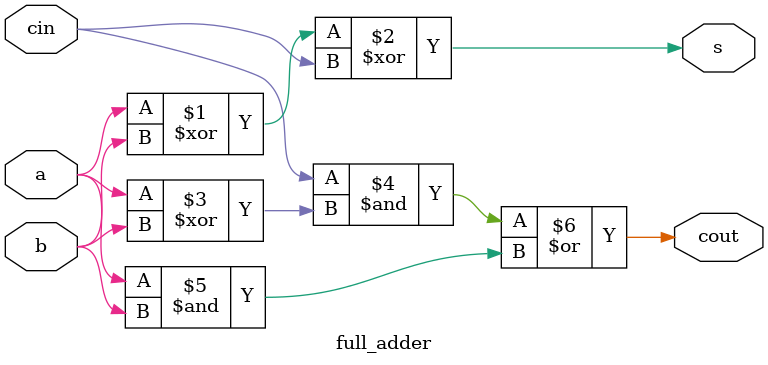
<source format=v>
`timescale 1ns / 1ps


module full_adder(
    input a,
    input b,
    input cin,
    output s,
    output cout
);

assign s = (a ^ b) ^ cin;
assign cout = cin & (a ^ b) | (a & b);

endmodule
</source>
